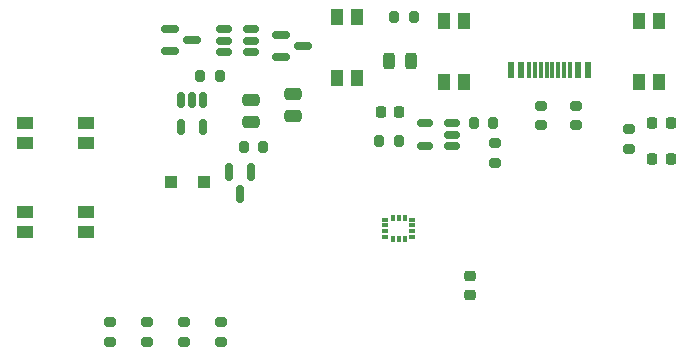
<source format=gbr>
%TF.GenerationSoftware,KiCad,Pcbnew,9.0.1*%
%TF.CreationDate,2025-06-14T17:56:14-05:00*%
%TF.ProjectId,OM-FlexGrid-Rigid-PCB,4f4d2d46-6c65-4784-9772-69642d526967,rev?*%
%TF.SameCoordinates,Original*%
%TF.FileFunction,Paste,Top*%
%TF.FilePolarity,Positive*%
%FSLAX46Y46*%
G04 Gerber Fmt 4.6, Leading zero omitted, Abs format (unit mm)*
G04 Created by KiCad (PCBNEW 9.0.1) date 2025-06-14 17:56:14*
%MOMM*%
%LPD*%
G01*
G04 APERTURE LIST*
G04 Aperture macros list*
%AMRoundRect*
0 Rectangle with rounded corners*
0 $1 Rounding radius*
0 $2 $3 $4 $5 $6 $7 $8 $9 X,Y pos of 4 corners*
0 Add a 4 corners polygon primitive as box body*
4,1,4,$2,$3,$4,$5,$6,$7,$8,$9,$2,$3,0*
0 Add four circle primitives for the rounded corners*
1,1,$1+$1,$2,$3*
1,1,$1+$1,$4,$5*
1,1,$1+$1,$6,$7*
1,1,$1+$1,$8,$9*
0 Add four rect primitives between the rounded corners*
20,1,$1+$1,$2,$3,$4,$5,0*
20,1,$1+$1,$4,$5,$6,$7,0*
20,1,$1+$1,$6,$7,$8,$9,0*
20,1,$1+$1,$8,$9,$2,$3,0*%
G04 Aperture macros list end*
%ADD10RoundRect,0.243750X0.243750X0.456250X-0.243750X0.456250X-0.243750X-0.456250X0.243750X-0.456250X0*%
%ADD11RoundRect,0.200000X-0.200000X-0.275000X0.200000X-0.275000X0.200000X0.275000X-0.200000X0.275000X0*%
%ADD12R,0.600000X0.300000*%
%ADD13R,0.300000X0.600000*%
%ADD14RoundRect,0.200000X-0.275000X0.200000X-0.275000X-0.200000X0.275000X-0.200000X0.275000X0.200000X0*%
%ADD15RoundRect,0.250000X-0.300000X-0.300000X0.300000X-0.300000X0.300000X0.300000X-0.300000X0.300000X0*%
%ADD16R,1.450000X1.000000*%
%ADD17RoundRect,0.150000X-0.150000X0.512500X-0.150000X-0.512500X0.150000X-0.512500X0.150000X0.512500X0*%
%ADD18RoundRect,0.225000X-0.250000X0.225000X-0.250000X-0.225000X0.250000X-0.225000X0.250000X0.225000X0*%
%ADD19RoundRect,0.150000X-0.587500X-0.150000X0.587500X-0.150000X0.587500X0.150000X-0.587500X0.150000X0*%
%ADD20RoundRect,0.200000X0.200000X0.275000X-0.200000X0.275000X-0.200000X-0.275000X0.200000X-0.275000X0*%
%ADD21RoundRect,0.150000X-0.512500X-0.150000X0.512500X-0.150000X0.512500X0.150000X-0.512500X0.150000X0*%
%ADD22R,1.000000X1.450000*%
%ADD23RoundRect,0.150000X-0.150000X0.587500X-0.150000X-0.587500X0.150000X-0.587500X0.150000X0.587500X0*%
%ADD24RoundRect,0.225000X-0.225000X-0.250000X0.225000X-0.250000X0.225000X0.250000X-0.225000X0.250000X0*%
%ADD25RoundRect,0.250000X-0.475000X0.250000X-0.475000X-0.250000X0.475000X-0.250000X0.475000X0.250000X0*%
%ADD26RoundRect,0.150000X0.512500X0.150000X-0.512500X0.150000X-0.512500X-0.150000X0.512500X-0.150000X0*%
%ADD27R,0.600000X1.450000*%
%ADD28R,0.300000X1.450000*%
%ADD29RoundRect,0.225000X0.225000X0.250000X-0.225000X0.250000X-0.225000X-0.250000X0.225000X-0.250000X0*%
%ADD30RoundRect,0.250000X0.475000X-0.250000X0.475000X0.250000X-0.475000X0.250000X-0.475000X-0.250000X0*%
%ADD31RoundRect,0.200000X0.275000X-0.200000X0.275000X0.200000X-0.275000X0.200000X-0.275000X-0.200000X0*%
G04 APERTURE END LIST*
D10*
%TO.C,D2*%
X186000000Y-104250000D03*
X184125000Y-104250000D03*
%TD*%
D11*
%TO.C,R5*%
X186250000Y-100500000D03*
X184600000Y-100500000D03*
%TD*%
D12*
%TO.C,IC1*%
X183850000Y-117650000D03*
X183850000Y-118150000D03*
X183850000Y-118650000D03*
X183850000Y-119150000D03*
D13*
X184500000Y-119300000D03*
X185000000Y-119300000D03*
X185500000Y-119300000D03*
D12*
X186150000Y-119150000D03*
X186150000Y-118650000D03*
X186150000Y-118150000D03*
X186150000Y-117650000D03*
D13*
X185500000Y-117500000D03*
X185000000Y-117500000D03*
X184500000Y-117500000D03*
%TD*%
D14*
%TO.C,R14*%
X163700000Y-126350000D03*
X163700000Y-128000000D03*
%TD*%
D15*
%TO.C,D1*%
X165700000Y-114500000D03*
X168500000Y-114500000D03*
%TD*%
D16*
%TO.C,SELECT1*%
X153350000Y-118700000D03*
X153350000Y-117000000D03*
X158500000Y-118700000D03*
X158500000Y-117000000D03*
%TD*%
D17*
%TO.C,U3*%
X168450000Y-107500000D03*
X167500000Y-107500000D03*
X166550000Y-107500000D03*
X166550000Y-109775000D03*
X168450000Y-109775000D03*
%TD*%
D16*
%TO.C,MENU1*%
X153350000Y-111200000D03*
X153350000Y-109500000D03*
X158500000Y-111200000D03*
X158500000Y-109500000D03*
%TD*%
D18*
%TO.C,C11*%
X191000000Y-122450000D03*
X191000000Y-124000000D03*
%TD*%
D14*
%TO.C,R2*%
X200000000Y-108000000D03*
X200000000Y-109650000D03*
%TD*%
D19*
%TO.C,Q3*%
X165625000Y-101500000D03*
X165625000Y-103400000D03*
X167500000Y-102450000D03*
%TD*%
D20*
%TO.C,R4*%
X185000000Y-111000000D03*
X183350000Y-111000000D03*
%TD*%
D21*
%TO.C,MAX1*%
X170225000Y-101550000D03*
X170225000Y-102500000D03*
X170225000Y-103450000D03*
X172500000Y-103450000D03*
X172500000Y-102500000D03*
X172500000Y-101550000D03*
%TD*%
D22*
%TO.C,BOOT1*%
X205300000Y-100850000D03*
X207000000Y-100850000D03*
X205300000Y-106000000D03*
X207000000Y-106000000D03*
%TD*%
D23*
%TO.C,Q2*%
X172500000Y-113600000D03*
X170600000Y-113600000D03*
X171550000Y-115475000D03*
%TD*%
D14*
%TO.C,R1*%
X197000000Y-108000000D03*
X197000000Y-109650000D03*
%TD*%
D22*
%TO.C,SW_PWR1*%
X179750000Y-100500000D03*
X181450000Y-100500000D03*
X179750000Y-105650000D03*
X181450000Y-105650000D03*
%TD*%
D24*
%TO.C,C10*%
X206450000Y-112500000D03*
X208000000Y-112500000D03*
%TD*%
D14*
%TO.C,R8*%
X193175000Y-111175000D03*
X193175000Y-112825000D03*
%TD*%
D24*
%TO.C,C8*%
X183450000Y-108500000D03*
X185000000Y-108500000D03*
%TD*%
D11*
%TO.C,R3*%
X168175000Y-105500000D03*
X169825000Y-105500000D03*
%TD*%
D25*
%TO.C,C7*%
X176000000Y-107000000D03*
X176000000Y-108900000D03*
%TD*%
D26*
%TO.C,U4*%
X189500000Y-111400000D03*
X189500000Y-110450000D03*
X189500000Y-109500000D03*
X187225000Y-109500000D03*
X187225000Y-111400000D03*
%TD*%
D22*
%TO.C,SW_RST1*%
X188800000Y-100850000D03*
X190500000Y-100850000D03*
X188800000Y-106000000D03*
X190500000Y-106000000D03*
%TD*%
D27*
%TO.C,J4*%
X201000000Y-105000000D03*
X200200000Y-105000000D03*
D28*
X199000000Y-105000000D03*
X198000000Y-105000000D03*
X197500000Y-105000000D03*
X196500000Y-105000000D03*
D27*
X195300000Y-105000000D03*
X194500000Y-105000000D03*
X194500000Y-105000000D03*
X195300000Y-105000000D03*
D28*
X196000000Y-105000000D03*
X197000000Y-105000000D03*
X198500000Y-105000000D03*
X199500000Y-105000000D03*
D27*
X200200000Y-105000000D03*
X201000000Y-105000000D03*
%TD*%
D29*
%TO.C,C5*%
X208000000Y-109500000D03*
X206450000Y-109500000D03*
%TD*%
D11*
%TO.C,R7*%
X191350000Y-109500000D03*
X193000000Y-109500000D03*
%TD*%
D30*
%TO.C,C6*%
X172500000Y-109400000D03*
X172500000Y-107500000D03*
%TD*%
D14*
%TO.C,R15*%
X160500000Y-126350000D03*
X160500000Y-128000000D03*
%TD*%
%TO.C,R12*%
X169900000Y-126350000D03*
X169900000Y-128000000D03*
%TD*%
D31*
%TO.C,R6*%
X204500000Y-111650000D03*
X204500000Y-110000000D03*
%TD*%
D14*
%TO.C,R13*%
X166800000Y-126350000D03*
X166800000Y-128000000D03*
%TD*%
D19*
%TO.C,D3*%
X175000000Y-102000000D03*
X175000000Y-103900000D03*
X176875000Y-102950000D03*
%TD*%
D11*
%TO.C,R9*%
X171850000Y-111500000D03*
X173500000Y-111500000D03*
%TD*%
M02*

</source>
